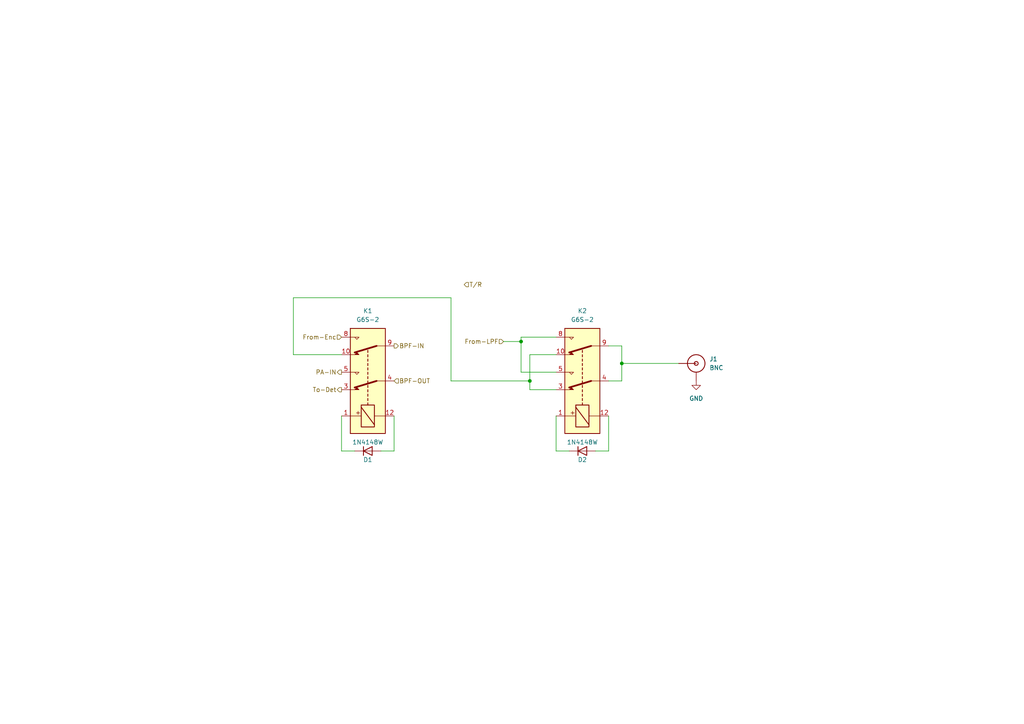
<source format=kicad_sch>
(kicad_sch (version 20211123) (generator eeschema)
  (paper "A4")
  (lib_symbols
    (symbol "Diode:1N4148W" (pin_numbers hide) (pin_names hide)
      (property "Reference" "D" (at 0 2.54 0))
      (property "Value" "1N4148W" (at 0 -2.54 0))
      (symbol "1N4148W_0_1"
        (polyline (pts (xy -1.27 1.27) (xy -1.27 -1.27)) (stroke (width 0.254)))
        (polyline (pts (xy 1.27 0) (xy -1.27 0)))
        (polyline (pts (xy 1.27 1.27) (xy 1.27 -1.27) (xy -1.27 0) (xy 1.27 1.27)) (stroke (width 0.254)))
      )
      (symbol "1N4148W_1_1"
        (pin passive line (at -3.81 0 0) (length 2.54) (name "K") (number "1"))
        (pin passive line (at 3.81 0 180) (length 2.54) (name "A") (number "2"))
      )
    )
    (symbol "Relay:G6S-2"
      (property "Reference" "K" (at 16.51 3.81 0))
      (property "Value" "G6S-2" (at 16.51 1.27 0))
      (symbol "G6S-2_0_0"
        (text "+" (at -9.271 2.921 0) (effects (font (size 1.27 1.27))))
      )
      (symbol "G6S-2_0_1"
        (rectangle (start -15.24 5.08) (end 15.24 -5.08) (stroke (width 0.254)) (fill (type background)))
        (rectangle (start -13.335 1.905) (end -6.985 -1.905) (stroke (width 0.254)))
        (polyline (pts (xy -12.7 -1.905) (xy -7.62 1.905)) (stroke (width 0.254)))
        (polyline (pts (xy -10.16 -5.08) (xy -10.16 -1.905)))
        (polyline (pts (xy -10.16 5.08) (xy -10.16 1.905)))
        (polyline (pts (xy -6.985 0) (xy -6.35 0)) (stroke (width 0.254)))
        (polyline (pts (xy -5.715 0) (xy -5.08 0)) (stroke (width 0.254)))
        (polyline (pts (xy -4.445 0) (xy -3.81 0)) (stroke (width 0.254)))
        (polyline (pts (xy -3.175 0) (xy -2.54 0)) (stroke (width 0.254)))
        (polyline (pts (xy -1.905 0) (xy -1.27 0)) (stroke (width 0.254)))
        (polyline (pts (xy -0.635 0) (xy 0 0)) (stroke (width 0.254)))
        (polyline (pts (xy 0 -2.54) (xy -1.905 3.81)) (stroke (width 0.508)))
        (polyline (pts (xy 0 -2.54) (xy 0 -5.08)))
        (polyline (pts (xy 0.635 0) (xy 1.27 0)) (stroke (width 0.254)))
        (polyline (pts (xy 1.905 0) (xy 2.54 0)) (stroke (width 0.254)))
        (polyline (pts (xy 3.175 0) (xy 3.81 0)) (stroke (width 0.254)))
        (polyline (pts (xy 4.445 0) (xy 5.08 0)) (stroke (width 0.254)))
        (polyline (pts (xy 5.715 0) (xy 6.35 0)) (stroke (width 0.254)))
        (polyline (pts (xy 6.985 0) (xy 7.62 0)) (stroke (width 0.254)))
        (polyline (pts (xy 8.255 0) (xy 8.89 0)) (stroke (width 0.254)))
        (polyline (pts (xy 10.16 -2.54) (xy 8.255 3.81)) (stroke (width 0.508)))
        (polyline (pts (xy 10.16 -2.54) (xy 10.16 -5.08)))
        (polyline (pts (xy -2.54 5.08) (xy -2.54 2.54) (xy -1.905 3.175) (xy -2.54 3.81)) (fill (type outline)))
        (polyline (pts (xy 2.54 5.08) (xy 2.54 2.54) (xy 1.905 3.175) (xy 2.54 3.81)))
        (polyline (pts (xy 7.62 5.08) (xy 7.62 2.54) (xy 8.255 3.175) (xy 7.62 3.81)) (fill (type outline)))
        (polyline (pts (xy 12.7 5.08) (xy 12.7 2.54) (xy 12.065 3.175) (xy 12.7 3.81)))
      )
      (symbol "G6S-2_1_1"
        (pin passive line (at -10.16 7.62 270) (length 2.54) (name "~") (number "1"))
        (pin passive line (at 7.62 7.62 270) (length 2.54) (name "~") (number "10"))
        (pin passive line (at -10.16 -7.62 90) (length 2.54) (name "~") (number "12"))
        (pin passive line (at -2.54 7.62 270) (length 2.54) (name "~") (number "3"))
        (pin passive line (at 0 -7.62 90) (length 2.54) (name "~") (number "4"))
        (pin passive line (at 2.54 7.62 270) (length 2.54) (name "~") (number "5"))
        (pin passive line (at 12.7 7.62 270) (length 2.54) (name "~") (number "8"))
        (pin passive line (at 10.16 -7.62 90) (length 2.54) (name "~") (number "9"))
      )
    )
    (symbol "Xenir:BNC" (pin_names (offset 1.016))
      (property "Reference" "J" (at -2.54 -3.81 0))
      (property "Value" "BNC" (at 0 3.81 0))
      (symbol "BNC_1_1"
        (circle (center 0 0) (radius 0.5588) (stroke (width 0.254)))
        (circle (center 0 0) (radius 2.54) (stroke (width 0.254)))
        (pin bidirectional line (at 0 -5.08 90) (length 2.54) (name "GND") (number "GND"))
        (pin bidirectional line (at 5.08 0 180) (length 5.08) (name "OUT") (number "S"))
      )
    )
    (symbol "power:GND" (power) (pin_names (offset 0))
      (property "Value" "GND" (at 0 -3.81 0))
      (symbol "GND_0_1"
        (polyline (pts (xy 0 0) (xy 0 -1.27) (xy 1.27 -1.27) (xy 0 -2.54) (xy -1.27 -1.27) (xy 0 -1.27)))
      )
      (symbol "GND_1_1"
        (pin power_in line (at 0 0 270) (length 0) hide (name "GND") (number "1"))
      )
    )
  )
  (junction (at 180.34 105.41))
  (junction (at 151.13 99.06))
  (junction (at 153.67 110.49))
  (wire (pts (xy 161.29 113.03) (xy 153.67 113.03)))
  (wire (pts (xy 85.09 86.36) (xy 85.09 102.87)))
  (wire (pts (xy 153.67 110.49) (xy 153.67 102.87)))
  (wire (pts (xy 130.81 86.36) (xy 85.09 86.36)))
  (wire (pts (xy 153.67 110.49) (xy 153.67 113.03)))
  (wire (pts (xy 146.05 99.06) (xy 151.13 99.06)))
  (wire (pts (xy 151.13 107.95) (xy 161.29 107.95)))
  (wire (pts (xy 172.72 130.81) (xy 176.53 130.81)))
  (wire (pts (xy 180.34 110.49) (xy 180.34 105.41)))
  (wire (pts (xy 99.06 130.81) (xy 99.06 120.65)))
  (wire (pts (xy 151.13 99.06) (xy 151.13 97.79)))
  (wire (pts (xy 130.81 110.49) (xy 153.67 110.49)))
  (wire (pts (xy 110.49 130.81) (xy 114.3 130.81)))
  (wire (pts (xy 161.29 130.81) (xy 165.1 130.81)))
  (wire (pts (xy 161.29 120.65) (xy 161.29 130.81)))
  (wire (pts (xy 85.09 102.87) (xy 99.06 102.87)))
  (wire (pts (xy 176.53 110.49) (xy 180.34 110.49)))
  (wire (pts (xy 180.34 105.41) (xy 196.85 105.41)))
  (wire (pts (xy 176.53 100.33) (xy 180.34 100.33)))
  (wire (pts (xy 102.87 130.81) (xy 99.06 130.81)))
  (wire (pts (xy 114.3 130.81) (xy 114.3 120.65)))
  (wire (pts (xy 130.81 110.49) (xy 130.81 86.36)))
  (wire (pts (xy 151.13 99.06) (xy 151.13 107.95)))
  (wire (pts (xy 180.34 100.33) (xy 180.34 105.41)))
  (wire (pts (xy 151.13 97.79) (xy 161.29 97.79)))
  (wire (pts (xy 153.67 102.87) (xy 161.29 102.87)))
  (wire (pts (xy 176.53 120.65) (xy 176.53 130.81)))
  (hierarchical_label "BPF-OUT" (shape input) (at 114.3 110.49 0))
  (hierarchical_label "From-Enc" (shape input) (at 99.06 97.79 180))
  (hierarchical_label "From-LPF" (shape input) (at 146.05 99.06 180))
  (hierarchical_label "To-Det" (shape output) (at 99.06 113.03 180))
  (hierarchical_label "BPF-IN" (shape output) (at 114.3 100.33 0))
  (hierarchical_label "T{slash}R" (shape input) (at 134.62 82.55 0))
  (hierarchical_label "PA-IN" (shape output) (at 99.06 107.95 180))
  (symbol (lib_id "Xenir:BNC") (at 201.93 105.41 0) (mirror y) (unit 1)
    (property "Reference" "J1" (at 205.74 104.1399 0) (effects (justify right)))
    (property "Value" "BNC" (at 205.74 106.6799 0) (effects (justify right)))
    (property "Footprint" "Xenir:BNC" (effects hide))
  )
  (symbol (lib_id "Diode:1N4148W") (at 168.91 130.81 0) (unit 1)
    (property "Reference" "D2" (at 168.91 133.35 0))
    (property "Value" "1N4148W" (at 168.91 128.27 0))
    (property "Footprint" "Diode_SMD:D_SOD-123" (effects hide))
    (property "Datasheet" "https://www.vishay.com/docs/85748/1n4148w.pdf" (effects hide))
  )
  (symbol (lib_id "Relay:G6S-2") (at 168.91 110.49 90) (unit 1)
    (property "Reference" "K2" (at 168.91 90.17 90))
    (property "Value" "G6S-2" (at 168.91 92.71 90))
    (property "Footprint" "Relay_THT:Relay_DPDT_Omron_G6S-2" (effects hide))
    (property "Datasheet" "http://omronfs.omron.com/en_US/ecb/products/pdf/en-g6s.pdf" (effects hide))
  )
  (symbol (lib_id "Relay:G6S-2") (at 106.68 110.49 90) (unit 1)
    (property "Reference" "K1" (at 106.68 90.17 90))
    (property "Value" "G6S-2" (at 106.68 92.71 90))
    (property "Footprint" "Relay_THT:Relay_DPDT_Omron_G6S-2" (effects hide))
    (property "Datasheet" "http://omronfs.omron.com/en_US/ecb/products/pdf/en-g6s.pdf" (effects hide))
  )
  (symbol (lib_id "Diode:1N4148W") (at 106.68 130.81 0) (unit 1)
    (property "Reference" "D1" (at 106.68 133.35 0))
    (property "Value" "1N4148W" (at 106.68 128.27 0))
    (property "Footprint" "Diode_SMD:D_SOD-123" (effects hide))
    (property "Datasheet" "https://www.vishay.com/docs/85748/1n4148w.pdf" (effects hide))
  )
  (symbol (lib_id "power:GND") (at 201.93 110.49 0) (unit 1)
    (property "Reference" "#PWR0104" (effects hide))
    (property "Value" "GND" (at 201.93 115.57 0))
  )
)
</source>
